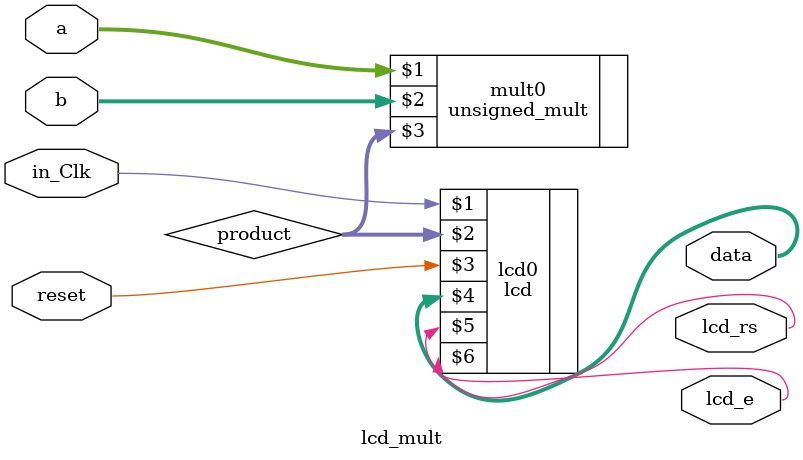
<source format=v>
module lcd_mult(
input in_Clk,
input [3:0] a, b,
input reset,
output [7:0] data,
output lcd_rs, 
output lcd_e
);

wire [7:0] product;

unsigned_mult mult0(a,b,product);
lcd lcd0(in_Clk,product,reset,data,lcd_rs,lcd_e);
   
endmodule

</source>
